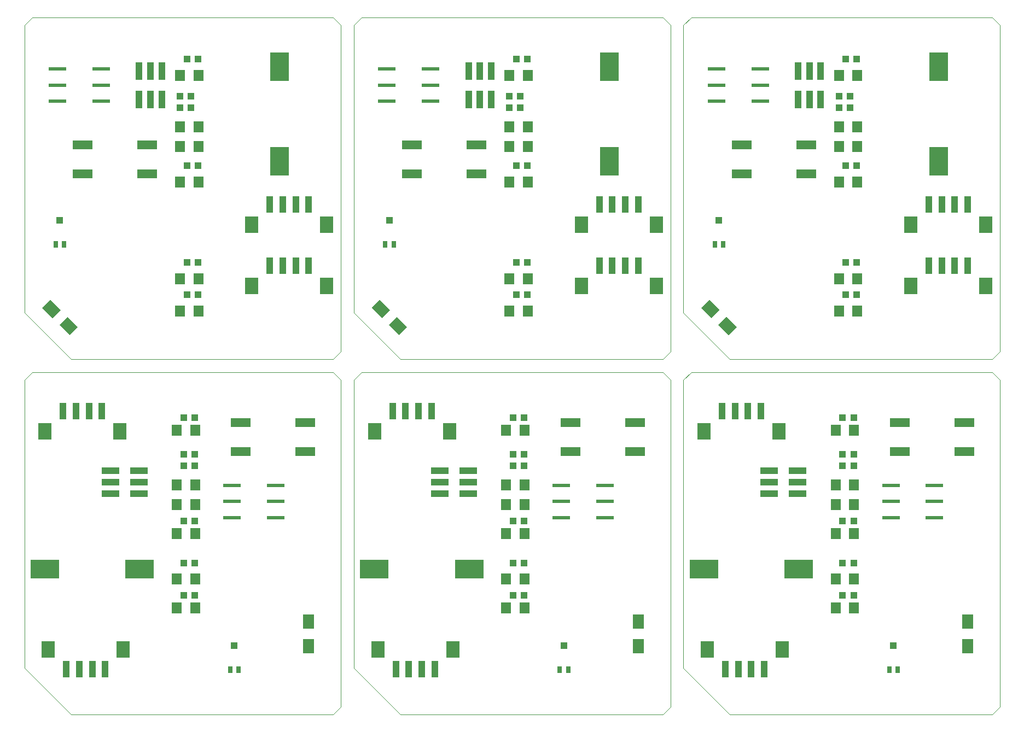
<source format=gtp>
G75*
%MOIN*%
%OFA0B0*%
%FSLAX25Y25*%
%IPPOS*%
%LPD*%
%AMOC8*
5,1,8,0,0,1.08239X$1,22.5*
%
%ADD10C,0.00004*%
%ADD11R,0.06890X0.08858*%
%ADD12R,0.11024X0.03937*%
%ADD13R,0.06299X0.07098*%
%ADD14R,0.12205X0.05512*%
%ADD15R,0.17323X0.11811*%
%ADD16R,0.10827X0.01969*%
%ADD17R,0.03937X0.04331*%
%ADD18R,0.03937X0.09843*%
%ADD19R,0.07874X0.09843*%
%ADD20R,0.03150X0.04331*%
%ADD21R,0.08858X0.06890*%
%ADD22R,0.03937X0.11024*%
%ADD23R,0.11811X0.17323*%
D10*
X0036043Y0037220D02*
X0064390Y0008874D01*
X0224232Y0008874D01*
X0228957Y0013598D01*
X0228957Y0212811D01*
X0224232Y0217535D01*
X0040768Y0217535D01*
X0036043Y0212811D01*
X0036043Y0037220D01*
X0236831Y0037220D02*
X0265177Y0008874D01*
X0425020Y0008874D01*
X0429744Y0013598D01*
X0429744Y0212811D01*
X0425020Y0217535D01*
X0241555Y0217535D01*
X0236831Y0212811D01*
X0236831Y0037220D01*
X0437618Y0037220D02*
X0465965Y0008874D01*
X0625807Y0008874D01*
X0630531Y0013598D01*
X0630531Y0212811D01*
X0625807Y0217535D01*
X0442343Y0217535D01*
X0437618Y0212811D01*
X0437618Y0037220D01*
X0425020Y0225409D02*
X0265177Y0225409D01*
X0236831Y0253756D01*
X0236831Y0429346D01*
X0241555Y0434071D01*
X0425020Y0434071D01*
X0429744Y0429346D01*
X0429744Y0230134D01*
X0425020Y0225409D01*
X0437618Y0253756D02*
X0465965Y0225409D01*
X0625807Y0225409D01*
X0630531Y0230134D01*
X0630531Y0429346D01*
X0625807Y0434071D01*
X0442343Y0434071D01*
X0437618Y0429346D01*
X0437618Y0253756D01*
X0228957Y0230134D02*
X0224232Y0225409D01*
X0064390Y0225409D01*
X0036043Y0253756D01*
X0036043Y0429346D01*
X0040768Y0434071D01*
X0224232Y0434071D01*
X0228957Y0429346D01*
X0228957Y0230134D01*
D11*
X0209272Y0065469D03*
X0209272Y0050705D03*
X0410059Y0050705D03*
X0410059Y0065469D03*
X0610846Y0065469D03*
X0610846Y0050705D03*
D12*
X0507303Y0143717D03*
X0507303Y0150606D03*
X0507303Y0157496D03*
X0489980Y0157496D03*
X0489980Y0150606D03*
X0489980Y0143717D03*
X0306516Y0143717D03*
X0306516Y0150606D03*
X0306516Y0157496D03*
X0289193Y0157496D03*
X0289193Y0150606D03*
X0289193Y0143717D03*
X0105728Y0143717D03*
X0105728Y0150606D03*
X0105728Y0157496D03*
X0088406Y0157496D03*
X0088406Y0150606D03*
X0088406Y0143717D03*
D13*
X0128870Y0148835D03*
X0140067Y0148835D03*
X0140067Y0136827D03*
X0128870Y0136827D03*
X0128870Y0119110D03*
X0140067Y0119110D03*
X0140067Y0091551D03*
X0128870Y0091551D03*
X0128870Y0073835D03*
X0140067Y0073835D03*
X0140067Y0182102D03*
X0128870Y0182102D03*
X0130839Y0254937D03*
X0142035Y0254937D03*
X0142035Y0274622D03*
X0130839Y0274622D03*
X0130839Y0333677D03*
X0142035Y0333677D03*
X0142035Y0355331D03*
X0130839Y0355331D03*
X0130839Y0367339D03*
X0142035Y0367339D03*
X0142035Y0398638D03*
X0130839Y0398638D03*
X0331626Y0398638D03*
X0342823Y0398638D03*
X0342823Y0367339D03*
X0331626Y0367339D03*
X0331626Y0355331D03*
X0342823Y0355331D03*
X0342823Y0333677D03*
X0331626Y0333677D03*
X0331626Y0274622D03*
X0342823Y0274622D03*
X0342823Y0254937D03*
X0331626Y0254937D03*
X0329657Y0182102D03*
X0340854Y0182102D03*
X0340854Y0148835D03*
X0329657Y0148835D03*
X0329657Y0136827D03*
X0340854Y0136827D03*
X0340854Y0119110D03*
X0329657Y0119110D03*
X0329657Y0091551D03*
X0340854Y0091551D03*
X0340854Y0073835D03*
X0329657Y0073835D03*
X0530445Y0073835D03*
X0541642Y0073835D03*
X0541642Y0091551D03*
X0530445Y0091551D03*
X0530445Y0119110D03*
X0541642Y0119110D03*
X0541642Y0136827D03*
X0530445Y0136827D03*
X0530445Y0148835D03*
X0541642Y0148835D03*
X0541642Y0182102D03*
X0530445Y0182102D03*
X0532413Y0254937D03*
X0543610Y0254937D03*
X0543610Y0274622D03*
X0532413Y0274622D03*
X0532413Y0333677D03*
X0543610Y0333677D03*
X0543610Y0355331D03*
X0532413Y0355331D03*
X0532413Y0367339D03*
X0543610Y0367339D03*
X0543610Y0398638D03*
X0532413Y0398638D03*
D14*
X0512421Y0356315D03*
X0512421Y0338598D03*
X0473051Y0338598D03*
X0473051Y0356315D03*
X0311634Y0356315D03*
X0311634Y0338598D03*
X0272264Y0338598D03*
X0272264Y0356315D03*
X0110846Y0356315D03*
X0110846Y0338598D03*
X0071476Y0338598D03*
X0071476Y0356315D03*
X0167933Y0187024D03*
X0167933Y0169307D03*
X0207303Y0169307D03*
X0207303Y0187024D03*
X0368720Y0187024D03*
X0368720Y0169307D03*
X0408091Y0169307D03*
X0408091Y0187024D03*
X0569508Y0187024D03*
X0569508Y0169307D03*
X0608878Y0169307D03*
X0608878Y0187024D03*
D15*
X0507894Y0097457D03*
X0450020Y0097457D03*
X0307106Y0097457D03*
X0249232Y0097457D03*
X0106319Y0097457D03*
X0048445Y0097457D03*
D16*
X0162520Y0128953D03*
X0162520Y0138795D03*
X0162520Y0148638D03*
X0189094Y0148638D03*
X0189094Y0138795D03*
X0189094Y0128953D03*
X0363307Y0128953D03*
X0363307Y0138795D03*
X0363307Y0148638D03*
X0389882Y0148638D03*
X0389882Y0138795D03*
X0389882Y0128953D03*
X0564094Y0128953D03*
X0564094Y0138795D03*
X0564094Y0148638D03*
X0590669Y0148638D03*
X0590669Y0138795D03*
X0590669Y0128953D03*
X0484370Y0382890D03*
X0484370Y0392732D03*
X0484370Y0402575D03*
X0457795Y0402575D03*
X0457795Y0392732D03*
X0457795Y0382890D03*
X0283583Y0382890D03*
X0283583Y0392732D03*
X0283583Y0402575D03*
X0257008Y0402575D03*
X0257008Y0392732D03*
X0257008Y0382890D03*
X0082795Y0382890D03*
X0082795Y0392732D03*
X0082795Y0402575D03*
X0056220Y0402575D03*
X0056220Y0392732D03*
X0056220Y0382890D03*
D17*
X0130839Y0386039D03*
X0137531Y0386039D03*
X0137531Y0378953D03*
X0130839Y0378953D03*
X0135059Y0408480D03*
X0141752Y0408480D03*
X0141752Y0343520D03*
X0135059Y0343520D03*
X0057657Y0310094D03*
X0135059Y0284465D03*
X0141752Y0284465D03*
X0141752Y0264780D03*
X0135059Y0264780D03*
X0133091Y0189976D03*
X0139783Y0189976D03*
X0139783Y0167535D03*
X0133091Y0167535D03*
X0133091Y0160449D03*
X0139783Y0160449D03*
X0139783Y0126984D03*
X0133091Y0126984D03*
X0133091Y0101394D03*
X0139783Y0101394D03*
X0139783Y0081709D03*
X0133091Y0081709D03*
X0163957Y0051039D03*
X0333878Y0081709D03*
X0340571Y0081709D03*
X0340571Y0101394D03*
X0333878Y0101394D03*
X0333878Y0126984D03*
X0340571Y0126984D03*
X0340571Y0160449D03*
X0333878Y0160449D03*
X0333878Y0167535D03*
X0340571Y0167535D03*
X0340571Y0189976D03*
X0333878Y0189976D03*
X0335846Y0264780D03*
X0342539Y0264780D03*
X0342539Y0284465D03*
X0335846Y0284465D03*
X0258445Y0310094D03*
X0335846Y0343520D03*
X0342539Y0343520D03*
X0338319Y0378953D03*
X0331626Y0378953D03*
X0331626Y0386039D03*
X0338319Y0386039D03*
X0335846Y0408480D03*
X0342539Y0408480D03*
X0459232Y0310094D03*
X0536634Y0284465D03*
X0543327Y0284465D03*
X0543327Y0264780D03*
X0536634Y0264780D03*
X0534665Y0189976D03*
X0541358Y0189976D03*
X0541358Y0167535D03*
X0534665Y0167535D03*
X0534665Y0160449D03*
X0541358Y0160449D03*
X0541358Y0126984D03*
X0534665Y0126984D03*
X0534665Y0101394D03*
X0541358Y0101394D03*
X0541358Y0081709D03*
X0534665Y0081709D03*
X0565531Y0051039D03*
X0364744Y0051039D03*
X0536634Y0343520D03*
X0543327Y0343520D03*
X0539106Y0378953D03*
X0532413Y0378953D03*
X0532413Y0386039D03*
X0539106Y0386039D03*
X0536634Y0408480D03*
X0543327Y0408480D03*
D18*
X0587224Y0319898D03*
X0595098Y0319898D03*
X0602972Y0319898D03*
X0610846Y0319898D03*
X0610846Y0282496D03*
X0602972Y0282496D03*
X0595098Y0282496D03*
X0587224Y0282496D03*
X0484862Y0193913D03*
X0476988Y0193913D03*
X0469114Y0193913D03*
X0461240Y0193913D03*
X0410059Y0282496D03*
X0402185Y0282496D03*
X0394311Y0282496D03*
X0386437Y0282496D03*
X0386437Y0319898D03*
X0394311Y0319898D03*
X0402185Y0319898D03*
X0410059Y0319898D03*
X0284075Y0193913D03*
X0276201Y0193913D03*
X0268327Y0193913D03*
X0260453Y0193913D03*
X0209272Y0282496D03*
X0201398Y0282496D03*
X0193524Y0282496D03*
X0185650Y0282496D03*
X0185650Y0319898D03*
X0193524Y0319898D03*
X0201398Y0319898D03*
X0209272Y0319898D03*
X0083287Y0193913D03*
X0075413Y0193913D03*
X0067539Y0193913D03*
X0059665Y0193913D03*
X0061634Y0036433D03*
X0069508Y0036433D03*
X0077382Y0036433D03*
X0085256Y0036433D03*
X0262421Y0036433D03*
X0270295Y0036433D03*
X0278169Y0036433D03*
X0286043Y0036433D03*
X0463209Y0036433D03*
X0471083Y0036433D03*
X0478957Y0036433D03*
X0486831Y0036433D03*
D19*
X0497854Y0048728D03*
X0452185Y0048728D03*
X0297067Y0048728D03*
X0251398Y0048728D03*
X0096280Y0048728D03*
X0050610Y0048728D03*
X0048642Y0181618D03*
X0094311Y0181618D03*
X0174626Y0270201D03*
X0220295Y0270201D03*
X0220295Y0307602D03*
X0174626Y0307602D03*
X0249429Y0181618D03*
X0295098Y0181618D03*
X0375413Y0270201D03*
X0421083Y0270201D03*
X0421083Y0307602D03*
X0375413Y0307602D03*
X0450217Y0181618D03*
X0495886Y0181618D03*
X0576201Y0270201D03*
X0621870Y0270201D03*
X0621870Y0307602D03*
X0576201Y0307602D03*
D20*
X0461831Y0295409D03*
X0456713Y0295409D03*
X0261043Y0295409D03*
X0255925Y0295409D03*
X0060256Y0295409D03*
X0055138Y0295409D03*
X0161437Y0036354D03*
X0166555Y0036354D03*
X0362224Y0036354D03*
X0367343Y0036354D03*
X0563012Y0036354D03*
X0568130Y0036354D03*
D21*
G36*
X0463796Y0251347D02*
X0470058Y0245085D01*
X0465186Y0240213D01*
X0458924Y0246475D01*
X0463796Y0251347D01*
G37*
G36*
X0453357Y0261787D02*
X0459619Y0255525D01*
X0454747Y0250653D01*
X0448485Y0256915D01*
X0453357Y0261787D01*
G37*
G36*
X0263009Y0251347D02*
X0269271Y0245085D01*
X0264399Y0240213D01*
X0258137Y0246475D01*
X0263009Y0251347D01*
G37*
G36*
X0252569Y0261787D02*
X0258831Y0255525D01*
X0253959Y0250653D01*
X0247697Y0256915D01*
X0252569Y0261787D01*
G37*
G36*
X0062222Y0251347D02*
X0068484Y0245085D01*
X0063612Y0240213D01*
X0057350Y0246475D01*
X0062222Y0251347D01*
G37*
G36*
X0051782Y0261787D02*
X0058044Y0255525D01*
X0053172Y0250653D01*
X0046910Y0256915D01*
X0051782Y0261787D01*
G37*
D22*
X0105925Y0384071D03*
X0112815Y0384071D03*
X0119705Y0384071D03*
X0119705Y0401394D03*
X0112815Y0401394D03*
X0105925Y0401394D03*
X0306713Y0401394D03*
X0313602Y0401394D03*
X0320492Y0401394D03*
X0320492Y0384071D03*
X0313602Y0384071D03*
X0306713Y0384071D03*
X0507500Y0384071D03*
X0514390Y0384071D03*
X0521280Y0384071D03*
X0521280Y0401394D03*
X0514390Y0401394D03*
X0507500Y0401394D03*
D23*
X0593130Y0403953D03*
X0593130Y0346079D03*
X0392343Y0346079D03*
X0392343Y0403953D03*
X0191555Y0403953D03*
X0191555Y0346079D03*
M02*

</source>
